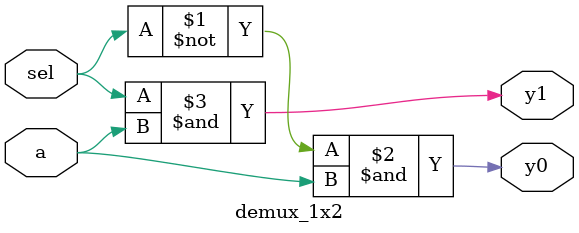
<source format=v>
module demux_1x2 (input a,sel, output y0,y1);
 assign y0 = (~sel & a);
 assign y1 = (sel & a);
endmodule
 

</source>
